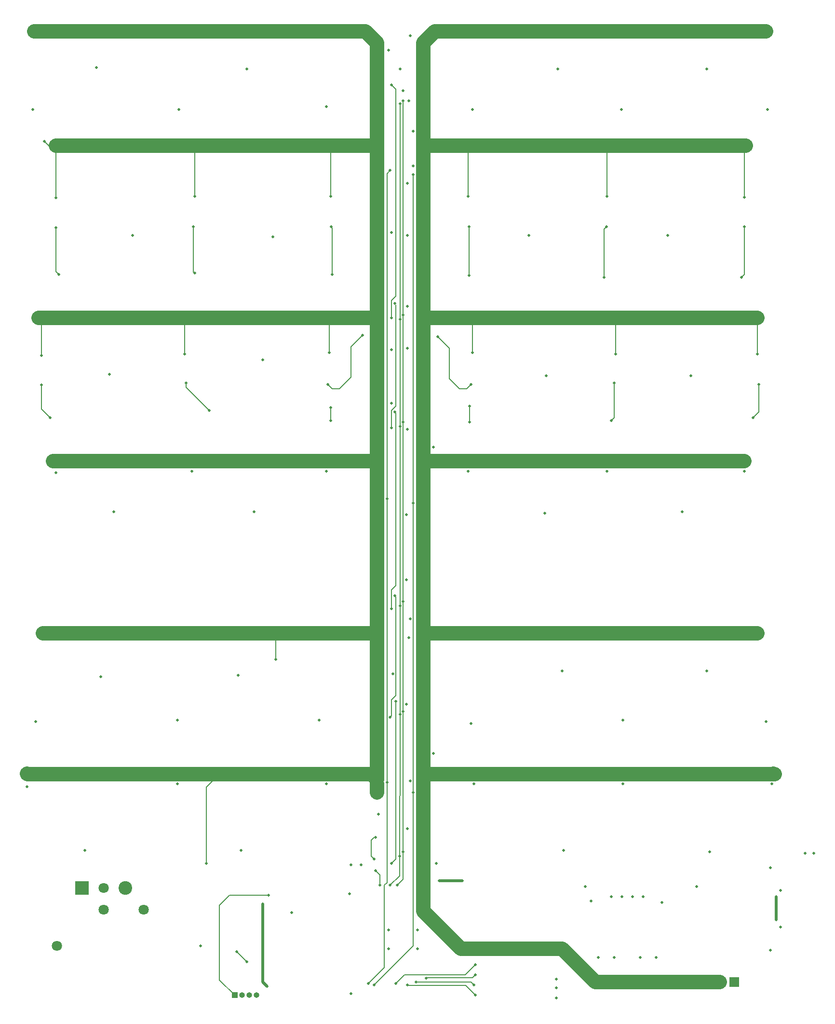
<source format=gbr>
%TF.GenerationSoftware,KiCad,Pcbnew,7.0.7*%
%TF.CreationDate,2024-03-09T11:29:05+01:00*%
%TF.ProjectId,button-board,62757474-6f6e-42d6-926f-6172642e6b69,rev?*%
%TF.SameCoordinates,Original*%
%TF.FileFunction,Copper,L3,Inr*%
%TF.FilePolarity,Positive*%
%FSLAX46Y46*%
G04 Gerber Fmt 4.6, Leading zero omitted, Abs format (unit mm)*
G04 Created by KiCad (PCBNEW 7.0.7) date 2024-03-09 11:29:05*
%MOMM*%
%LPD*%
G01*
G04 APERTURE LIST*
%TA.AperFunction,ComponentPad*%
%ADD10R,2.400000X2.400000*%
%TD*%
%TA.AperFunction,ComponentPad*%
%ADD11C,1.800000*%
%TD*%
%TA.AperFunction,ComponentPad*%
%ADD12C,2.400000*%
%TD*%
%TA.AperFunction,ComponentPad*%
%ADD13O,1.700000X1.700000*%
%TD*%
%TA.AperFunction,ComponentPad*%
%ADD14R,1.700000X1.700000*%
%TD*%
%TA.AperFunction,ComponentPad*%
%ADD15R,1.000000X1.000000*%
%TD*%
%TA.AperFunction,ComponentPad*%
%ADD16O,1.000000X1.000000*%
%TD*%
%TA.AperFunction,ViaPad*%
%ADD17C,0.500000*%
%TD*%
%TA.AperFunction,Conductor*%
%ADD18C,2.540000*%
%TD*%
%TA.AperFunction,Conductor*%
%ADD19C,0.177800*%
%TD*%
%TA.AperFunction,Conductor*%
%ADD20C,0.508000*%
%TD*%
G04 APERTURE END LIST*
D10*
%TO.N,GND*%
%TO.C,J5*%
X14986000Y17323500D03*
D11*
%TO.N,/control/DMX.N*%
X18796000Y13513500D03*
%TO.N,/control/DMX.P*%
X18796000Y17323500D03*
%TO.N,Net-(J5-P3-Pad4)*%
X25776000Y13513500D03*
D12*
%TO.N,Net-(J5-P5)*%
X22606000Y17323500D03*
D11*
%TO.N,unconnected-(J5-PadG)*%
X10546000Y7153500D03*
%TD*%
D13*
%TO.N,+5V*%
%TO.C,J1*%
X127005000Y773000D03*
D14*
%TO.N,GND*%
X129545000Y773000D03*
%TD*%
D15*
%TO.N,/control/ESP_PROG.EN*%
%TO.C,J4*%
X41788000Y-1524000D03*
D16*
%TO.N,/control/ESP_PROG.IO0*%
X43058000Y-1524000D03*
%TO.N,/control/ESP_PROG.RX*%
X44328000Y-1524000D03*
%TO.N,/control/ESP_PROG.TX*%
X45598000Y-1524000D03*
%TD*%
D17*
%TO.N,+5V*%
X76454000Y37280000D03*
%TO.N,GND*%
X76708000Y40924400D03*
X73152000Y150114000D03*
%TO.N,+5V*%
X74930000Y147165800D03*
%TO.N,GND*%
X73152000Y144018000D03*
%TO.N,+5V*%
X74930000Y89154000D03*
%TO.N,GND*%
X76649500Y94711600D03*
X17526000Y161290000D03*
X43942000Y161036000D03*
X70866000Y161036000D03*
X71374000Y157226000D03*
X72390000Y155448000D03*
%TO.N,+5V*%
X66802000Y154178000D03*
%TO.N,GND*%
X68834000Y164338000D03*
%TO.N,+5V*%
X66802000Y161290000D03*
%TO.N,GND*%
X72644000Y166878000D03*
X98552000Y161036000D03*
X124714000Y161036000D03*
X23876000Y131826000D03*
X48514000Y131572000D03*
%TO.N,+5V*%
X66802000Y117348000D03*
X66802000Y123698000D03*
%TO.N,GND*%
X72136000Y119380000D03*
%TO.N,/display/led_row_2_3/LED_SER_OUT*%
X69880400Y119888250D03*
%TO.N,GND*%
X69342000Y132334000D03*
X72136000Y131826000D03*
X93472000Y131826000D03*
X117856000Y131826000D03*
X19812000Y107442000D03*
X46736000Y109982000D03*
%TO.N,Net-(P21-Pad1)*%
X58674000Y101600000D03*
X58674000Y99314000D03*
%TO.N,+5V*%
X66802000Y66294000D03*
%TO.N,GND*%
X72613600Y64516000D03*
X71912400Y71374000D03*
%TO.N,+5V*%
X66802000Y70104000D03*
X66802000Y98552000D03*
X66802000Y102362000D03*
%TO.N,GND*%
X72136000Y97790000D03*
X69342000Y111760000D03*
X69342000Y102362000D03*
X72136000Y112014000D03*
X96520000Y107188000D03*
X121920000Y107188000D03*
X42418000Y54610000D03*
X18288000Y54356000D03*
X20574000Y83312000D03*
X45212000Y83312000D03*
X96266000Y83058000D03*
X120396000Y83312000D03*
%TO.N,+5V*%
X66802000Y51562000D03*
X66548000Y26162000D03*
X66294000Y22352000D03*
X74930000Y20320000D03*
X66802000Y47752000D03*
%TO.N,GND*%
X71912400Y49530000D03*
X69565600Y54864000D03*
X72390000Y61214000D03*
X99314000Y55372000D03*
X124714000Y55372000D03*
X15494000Y23876000D03*
X42926000Y23876000D03*
X62230000Y-1270000D03*
X61976000Y16256000D03*
X77216000Y21590000D03*
X72136000Y27686000D03*
X67056000Y30226000D03*
X99568000Y23876000D03*
X125222000Y23622000D03*
%TO.N,Net-(U2-GPIO21)*%
X43942000Y4318000D03*
X42164000Y6096000D03*
%TO.N,+5V*%
X8382000Y148336000D03*
%TO.N,Net-(D28-K)*%
X10922000Y124968000D03*
X10361800Y133242322D03*
%TO.N,Net-(D29-K)*%
X34798000Y125222000D03*
X34548720Y133359442D03*
%TO.N,Net-(D30-K)*%
X58928000Y124968000D03*
X58735640Y133359442D03*
%TO.N,Net-(D31-K)*%
X82931000Y124841000D03*
X82922560Y133359442D03*
%TO.N,Net-(D32-K)*%
X106680000Y124460000D03*
X107109480Y133359442D03*
%TO.N,Net-(D33-K)*%
X131318000Y133350000D03*
X130810000Y124460000D03*
%TO.N,Net-(D27-K)*%
X132842000Y99822000D03*
X133858000Y105664000D03*
%TO.N,Net-(D26-K)*%
X108458000Y105918000D03*
X107950000Y99314000D03*
%TO.N,Net-(D25-K)*%
X83312000Y105664000D03*
X77470000Y114046000D03*
%TO.N,Net-(D24-K)*%
X64262000Y114300000D03*
X58166000Y105664000D03*
%TO.N,Net-(D23-K)*%
X37338000Y101092000D03*
X33274000Y105918000D03*
%TO.N,Net-(D22-K)*%
X9398000Y99822000D03*
X7861802Y105588643D03*
%TO.N,+5V*%
X36830000Y21590000D03*
%TO.N,GND*%
X72136000Y140970000D03*
X71912400Y82804000D03*
X72613600Y36068000D03*
%TO.N,+5V*%
X135128000Y167640000D03*
X109474000Y167640000D03*
X83820000Y167640000D03*
X57912000Y167609600D03*
X32258000Y167640000D03*
X6604000Y167640000D03*
X10414000Y138430000D03*
X34798000Y138684000D03*
X58674000Y138684000D03*
X82804000Y138684000D03*
X107188000Y138684000D03*
X131296402Y138584562D03*
X133604000Y110998000D03*
X108712000Y110998000D03*
X83566000Y111252000D03*
X58420000Y111252000D03*
X33020000Y110998000D03*
X7874000Y110744000D03*
X9906000Y92202000D03*
X34290000Y92202000D03*
X57150000Y92202000D03*
X83566000Y91409600D03*
X107188000Y91917600D03*
X131260000Y92202000D03*
X133604000Y61976000D03*
X108712000Y61976000D03*
X83312000Y61976000D03*
X49022000Y57404000D03*
X33020000Y61976000D03*
X8128000Y61976000D03*
X57404000Y37280000D03*
X31496000Y37280000D03*
X5392000Y37280000D03*
X84582000Y37280000D03*
X110490000Y37280000D03*
X136398000Y37338000D03*
X74930000Y29210000D03*
X66802000Y34036000D03*
X66802000Y34798000D03*
X66802000Y35560000D03*
X74930000Y31496000D03*
X74930000Y30734000D03*
X74930000Y29972000D03*
%TO.N,GND*%
X135890000Y6350000D03*
X64008000Y21336000D03*
X62230000Y21336000D03*
X35814000Y7112000D03*
X51816000Y12954000D03*
X73914000Y9906000D03*
X68834000Y9906000D03*
X68834000Y6604000D03*
X73914000Y6604000D03*
X98298000Y-2032000D03*
X98298000Y-254000D03*
X98298000Y1270000D03*
X115824000Y5080000D03*
X113030000Y5080000D03*
X108458000Y5080000D03*
X105664000Y5080000D03*
X103378000Y17526000D03*
X104394000Y14986000D03*
X107950000Y15748000D03*
X109812666Y15748000D03*
X111675332Y15748000D03*
X113538000Y15748000D03*
X116840000Y14732000D03*
X122936000Y17526000D03*
X135890000Y20828000D03*
X143510000Y23368000D03*
X141986000Y23368000D03*
X137668000Y10448900D03*
X137668000Y16916000D03*
%TO.N,/control/ESP_PROG.EN*%
X47752000Y16002000D03*
%TO.N,/control/SR.LATCH*%
X70358000Y17780000D03*
%TO.N,+3V3*%
X46736000Y14478000D03*
X77724000Y18542000D03*
X81788000Y18542000D03*
%TO.N,/control/SR.CLOCK*%
X69088000Y17780000D03*
%TO.N,/control/SR.DATA*%
X66548000Y20320000D03*
X67310000Y17780000D03*
%TO.N,/control/I2C.SCL*%
X65278000Y508000D03*
%TO.N,/control/I2C.SCK*%
X66294000Y254000D03*
%TO.N,+3V3*%
X47498000Y0D03*
%TO.N,/control/JTAG.TDI*%
X84074000Y-1524000D03*
X72136000Y254000D03*
%TO.N,/control/JTAG.TDO*%
X73660000Y762000D03*
X83820000Y254000D03*
%TO.N,/control/JTAG.TCK*%
X75453200Y1493600D03*
X84074000Y2032000D03*
%TO.N,/control/JTAG.TMS*%
X70104000Y508000D03*
X84074000Y3810000D03*
%TO.N,VBUS*%
X136906000Y11684000D03*
X136906000Y15748000D03*
%TO.N,/control/I2C.SCL*%
X68549100Y85598000D03*
%TO.N,/control/I2C.SCK*%
X73152000Y84836000D03*
X73152000Y34036000D03*
X73152000Y142494000D03*
%TO.N,/control/I2C.SCL*%
X68549100Y35814000D03*
X69088000Y143256000D03*
%TO.N,Net-(U8-SER)*%
X69342000Y158242000D03*
X69342000Y117348000D03*
%TO.N,/display/led_row_2_3/LED_SER_OUT*%
X69342000Y98044000D03*
%TO.N,Net-(U6-SER)*%
X69880400Y100838000D03*
X69342000Y66294000D03*
%TO.N,/display/led_row_0_1/LED_SER_OUT*%
X69880400Y68580000D03*
X69088000Y47244000D03*
%TO.N,Net-(U4-SER)*%
X70104000Y50038000D03*
X69342000Y21601000D03*
%TO.N,/control/SR.LATCH*%
X71374000Y117856000D03*
%TO.N,/control/SR.CLOCK*%
X70835100Y117094000D03*
%TO.N,/control/SR.LATCH*%
X71374000Y99060000D03*
%TO.N,/control/SR.CLOCK*%
X70835100Y98298000D03*
%TO.N,/control/SR.LATCH*%
X71374000Y67564000D03*
%TO.N,/control/SR.CLOCK*%
X70835600Y66802000D03*
X70835100Y47752000D03*
X70835600Y154940000D03*
X70738707Y22860000D03*
%TO.N,/control/SR.LATCH*%
X71374000Y48260000D03*
X71374000Y155448000D03*
X71374000Y23622000D03*
%TO.N,Net-(P36-Pad1)*%
X135382000Y153924000D03*
%TO.N,Net-(P35-Pad1)*%
X109728000Y153924000D03*
%TO.N,Net-(P34-Pad1)*%
X83566000Y153924000D03*
%TO.N,Net-(P32-Pad1)*%
X32004000Y153924000D03*
%TO.N,Net-(P33-Pad1)*%
X57912000Y154432000D03*
%TO.N,Net-(P31-Pad1)*%
X6350000Y153924000D03*
%TO.N,Net-(P13-Pad1)*%
X10414000Y90170000D03*
%TO.N,Net-(P14-Pad1)*%
X34290000Y90424000D03*
%TO.N,Net-(P15-Pad1)*%
X57912000Y90424000D03*
%TO.N,Net-(P16-Pad1)*%
X82804000Y90424000D03*
%TO.N,Net-(P17-Pad1)*%
X107188000Y90424000D03*
%TO.N,Net-(P18-Pad1)*%
X131318000Y90424000D03*
%TO.N,Net-(P22-Pad1)*%
X83058000Y101854000D03*
X83058000Y99060000D03*
%TO.N,Net-(P4-Pad1)*%
X83820000Y35560000D03*
%TO.N,Net-(P6-Pad1)*%
X136144000Y35560000D03*
%TO.N,Net-(P5-Pad1)*%
X109982000Y35560000D03*
%TO.N,Net-(P1-Pad1)*%
X5334000Y35052000D03*
%TO.N,Net-(P2-Pad1)*%
X31750000Y35560000D03*
%TO.N,Net-(P3-Pad1)*%
X57912000Y35560000D03*
%TO.N,Net-(P7-Pad1)*%
X6858000Y46482000D03*
%TO.N,Net-(P8-Pad1)*%
X31750000Y46736000D03*
%TO.N,Net-(P9-Pad1)*%
X56642000Y46736000D03*
%TO.N,Net-(P12-Pad1)*%
X135128000Y46482000D03*
%TO.N,Net-(P11-Pad1)*%
X109982000Y46736000D03*
%TO.N,Net-(P10-Pad1)*%
X83312000Y46197600D03*
%TD*%
D18*
%TO.N,+5V*%
X66802000Y35560000D02*
X66802000Y34036000D01*
D19*
%TO.N,Net-(U2-GPIO21)*%
X43942000Y4318000D02*
X42164000Y6096000D01*
D18*
%TO.N,+5V*%
X74988000Y37280000D02*
X76454000Y37280000D01*
X76454000Y37280000D02*
X84582000Y37280000D01*
D19*
%TO.N,Net-(U8-SER)*%
X70104000Y157480000D02*
X70104000Y121158000D01*
X70104000Y121158000D02*
X69342000Y120396000D01*
X69342000Y158242000D02*
X70104000Y157480000D01*
X69342000Y120396000D02*
X69342000Y117348000D01*
D18*
%TO.N,+5V*%
X66802000Y147574000D02*
X66802000Y154178000D01*
X66802000Y154178000D02*
X66802000Y161290000D01*
X66802000Y161290000D02*
X66802000Y165608000D01*
X66802000Y123698000D02*
X66802000Y143402448D01*
X66802000Y117348000D02*
X66802000Y123698000D01*
D19*
%TO.N,/display/led_row_2_3/LED_SER_OUT*%
X70104000Y101854000D02*
X69342000Y101092000D01*
X70104000Y119634500D02*
X70104000Y101854000D01*
X69342000Y101092000D02*
X69342000Y98044000D01*
%TO.N,Net-(P21-Pad1)*%
X58674000Y99314000D02*
X58674000Y101600000D01*
D18*
%TO.N,+5V*%
X66802000Y61976000D02*
X66802000Y66294000D01*
X66802000Y66294000D02*
X66802000Y70104000D01*
X66802000Y70104000D02*
X66802000Y92202000D01*
D19*
%TO.N,/display/led_row_0_1/LED_SER_OUT*%
X69880400Y68580000D02*
X70104000Y68356400D01*
X70104000Y68356400D02*
X70104000Y51054000D01*
X70104000Y51054000D02*
X69342000Y50292000D01*
X69342000Y50292000D02*
X69342000Y47498000D01*
X69342000Y47498000D02*
X69088000Y47244000D01*
%TO.N,Net-(U6-SER)*%
X69880400Y100838000D02*
X70104000Y100614400D01*
X70104000Y100614400D02*
X70104000Y70358000D01*
X70104000Y70358000D02*
X69342000Y69596000D01*
X69342000Y69596000D02*
X69342000Y66294000D01*
D18*
%TO.N,+5V*%
X66802000Y92202000D02*
X66802000Y98552000D01*
X66802000Y98552000D02*
X66802000Y102362000D01*
X66802000Y102362000D02*
X66802000Y117348000D01*
X66802000Y47752000D02*
X66802000Y51562000D01*
X66802000Y51562000D02*
X66802000Y61976000D01*
D19*
X65786000Y25654000D02*
X65786000Y22860000D01*
X65786000Y22860000D02*
X66294000Y22352000D01*
X66548000Y26162000D02*
X66294000Y26162000D01*
X66294000Y26162000D02*
X65786000Y25654000D01*
D18*
X74930000Y13208000D02*
X74930000Y20320000D01*
X74930000Y20320000D02*
X74930000Y29210000D01*
D19*
%TO.N,Net-(U4-SER)*%
X69342000Y21601000D02*
X70104000Y22363000D01*
X70104000Y22363000D02*
X70104000Y50038000D01*
D18*
%TO.N,+5V*%
X66802000Y36322000D02*
X66802000Y47752000D01*
D19*
%TO.N,/control/ESP_PROG.EN*%
X41788000Y-1524000D02*
X39116000Y1148000D01*
X39116000Y1148000D02*
X39116000Y14224000D01*
X39116000Y14224000D02*
X40894000Y16002000D01*
X40894000Y16002000D02*
X47752000Y16002000D01*
%TO.N,+5V*%
X9144000Y147574000D02*
X8382000Y148336000D01*
X10414000Y147574000D02*
X9144000Y147574000D01*
%TO.N,Net-(D28-K)*%
X10922000Y124968000D02*
X10361800Y125528200D01*
X10361800Y125528200D02*
X10361800Y133242322D01*
%TO.N,Net-(D29-K)*%
X34798000Y125222000D02*
X34548720Y125471280D01*
X34548720Y125471280D02*
X34548720Y133359442D01*
%TO.N,Net-(D30-K)*%
X58928000Y133167082D02*
X58735640Y133359442D01*
X58928000Y124968000D02*
X58928000Y133167082D01*
%TO.N,Net-(D31-K)*%
X82931000Y124841000D02*
X82922560Y124849440D01*
X82922560Y124849440D02*
X82922560Y133359442D01*
%TO.N,Net-(D32-K)*%
X106680000Y124460000D02*
X106680000Y132929962D01*
X106680000Y132929962D02*
X107109480Y133359442D01*
%TO.N,Net-(D33-K)*%
X131318000Y133350000D02*
X131318000Y124968000D01*
X131318000Y124968000D02*
X130810000Y124460000D01*
%TO.N,Net-(D27-K)*%
X133858000Y100838000D02*
X132842000Y99822000D01*
X133858000Y105664000D02*
X133858000Y100838000D01*
%TO.N,Net-(D26-K)*%
X108458000Y105918000D02*
X108458000Y99822000D01*
X108458000Y99822000D02*
X107950000Y99314000D01*
%TO.N,Net-(D25-K)*%
X83312000Y105664000D02*
X82550000Y104902000D01*
X82550000Y104902000D02*
X81280000Y104902000D01*
X79502000Y112014000D02*
X77470000Y114046000D01*
X81280000Y104902000D02*
X79502000Y106680000D01*
X79502000Y106680000D02*
X79502000Y112014000D01*
%TO.N,Net-(D24-K)*%
X58166000Y105664000D02*
X58928000Y104902000D01*
X62230000Y106934000D02*
X62230000Y108712000D01*
X62230000Y112268000D02*
X64262000Y114300000D01*
X58928000Y104902000D02*
X60198000Y104902000D01*
X62230000Y108712000D02*
X62230000Y112268000D01*
X60198000Y104902000D02*
X62230000Y106934000D01*
%TO.N,Net-(D23-K)*%
X33274000Y105918000D02*
X33274000Y105156000D01*
X33274000Y105156000D02*
X37338000Y101092000D01*
%TO.N,Net-(D22-K)*%
X7861802Y101358198D02*
X9398000Y99822000D01*
X7861802Y105588643D02*
X7861802Y101358198D01*
%TO.N,+5V*%
X36830000Y21590000D02*
X36830000Y34994000D01*
D18*
X57404000Y37280000D02*
X39116000Y37280000D01*
X39116000Y37280000D02*
X31496000Y37280000D01*
D19*
X36830000Y34994000D02*
X39116000Y37280000D01*
D18*
X83820000Y167640000D02*
X109474000Y167640000D01*
X109474000Y167640000D02*
X135128000Y167640000D01*
X76962000Y167640000D02*
X83820000Y167640000D01*
X50800000Y167640000D02*
X32258000Y167640000D01*
X32258000Y167640000D02*
X6604000Y167640000D01*
D19*
X10414000Y138430000D02*
X10414000Y147574000D01*
D18*
X34036000Y147574000D02*
X10414000Y147574000D01*
X58928000Y147574000D02*
X34036000Y147574000D01*
D19*
X34798000Y138684000D02*
X34798000Y146812000D01*
X34798000Y146812000D02*
X34036000Y147574000D01*
X58674000Y138684000D02*
X58674000Y147320000D01*
D18*
X66802000Y147574000D02*
X58928000Y147574000D01*
D19*
X58674000Y147320000D02*
X58928000Y147574000D01*
D18*
X74930000Y147574000D02*
X82804000Y147574000D01*
X82804000Y147574000D02*
X106934000Y147574000D01*
D19*
X82804000Y138684000D02*
X82804000Y147574000D01*
D18*
X106934000Y147574000D02*
X131572000Y147574000D01*
D19*
X107188000Y138684000D02*
X107188000Y147320000D01*
X107188000Y147320000D02*
X106934000Y147574000D01*
X131296402Y138584562D02*
X131296402Y147298402D01*
X131296402Y147298402D02*
X131572000Y147574000D01*
X133604000Y110998000D02*
X133604000Y117348000D01*
D18*
X84836000Y117348000D02*
X108712000Y117348000D01*
X108712000Y117348000D02*
X133604000Y117348000D01*
D19*
X108712000Y110998000D02*
X108712000Y117348000D01*
D18*
X83566000Y117348000D02*
X84836000Y117348000D01*
X74930000Y117348000D02*
X83566000Y117348000D01*
D19*
X83566000Y111252000D02*
X83566000Y117348000D01*
X58420000Y111252000D02*
X58420000Y117348000D01*
D18*
X66802000Y117348000D02*
X58420000Y117348000D01*
X58420000Y117348000D02*
X33020000Y117348000D01*
X33020000Y117348000D02*
X7366000Y117348000D01*
D19*
X33020000Y110998000D02*
X33020000Y117348000D01*
X7874000Y110744000D02*
X7874000Y116840000D01*
X7874000Y116840000D02*
X7366000Y117348000D01*
D18*
X57150000Y92202000D02*
X34290000Y92202000D01*
X34290000Y92202000D02*
X12192000Y92202000D01*
X66802000Y92202000D02*
X57150000Y92202000D01*
X108712000Y61976000D02*
X133604000Y61976000D01*
X83312000Y61976000D02*
X108712000Y61976000D01*
X74930000Y61976000D02*
X83312000Y61976000D01*
X49022000Y61976000D02*
X33020000Y61976000D01*
X66802000Y61976000D02*
X49022000Y61976000D01*
D19*
X49022000Y57404000D02*
X49022000Y61976000D01*
D18*
X33020000Y61976000D02*
X8128000Y61976000D01*
X66802000Y165608000D02*
X64770000Y167640000D01*
X64770000Y167640000D02*
X50800000Y167640000D01*
X74930000Y165608000D02*
X76962000Y167640000D01*
X66802000Y143402448D02*
X66802000Y147574000D01*
X74930000Y117348000D02*
X74930000Y147574000D01*
X74930000Y147574000D02*
X74930000Y165608000D01*
X74930000Y92202000D02*
X74930000Y117348000D01*
X74930000Y92202000D02*
X131260000Y92202000D01*
X12192000Y92202000D02*
X9906000Y92202000D01*
X74930000Y61976000D02*
X74930000Y92202000D01*
X74930000Y37338000D02*
X74930000Y61976000D01*
X65844000Y37280000D02*
X57404000Y37280000D01*
X31496000Y37280000D02*
X5392000Y37280000D01*
X5392000Y37280000D02*
X5334000Y37338000D01*
X66802000Y36322000D02*
X65844000Y37280000D01*
X84582000Y37280000D02*
X110490000Y37280000D01*
X110490000Y37280000D02*
X136340000Y37280000D01*
X136456000Y37280000D02*
X136652000Y37280000D01*
X136398000Y37338000D02*
X136456000Y37280000D01*
X136340000Y37280000D02*
X136398000Y37338000D01*
X74930000Y37338000D02*
X74988000Y37280000D01*
X74930000Y32258000D02*
X74930000Y37338000D01*
X74930000Y31496000D02*
X74930000Y32258000D01*
X74930000Y30734000D02*
X74930000Y31496000D01*
X74930000Y29972000D02*
X74930000Y30734000D01*
X74930000Y29210000D02*
X74930000Y29972000D01*
X81534000Y6604000D02*
X74930000Y13208000D01*
X99314000Y6604000D02*
X81534000Y6604000D01*
X103124000Y2794000D02*
X99314000Y6604000D01*
X127005000Y773000D02*
X105145000Y773000D01*
X105145000Y773000D02*
X103124000Y2794000D01*
D19*
%TO.N,/control/I2C.SCK*%
X73152000Y34036000D02*
X73152000Y142494000D01*
X73152000Y34036000D02*
X73152000Y7112000D01*
X73152000Y7112000D02*
X66294000Y254000D01*
%TO.N,/control/SR.DATA*%
X66548000Y20320000D02*
X67310000Y19558000D01*
X67310000Y19558000D02*
X67310000Y17780000D01*
D20*
%TO.N,+3V3*%
X46736000Y14478000D02*
X46736000Y762000D01*
X46736000Y762000D02*
X47498000Y0D01*
D19*
%TO.N,/control/SR.LATCH*%
X71374000Y23622000D02*
X71374000Y48260000D01*
X71374000Y23622000D02*
X71374000Y18796000D01*
X71374000Y18796000D02*
X70358000Y17780000D01*
%TO.N,/control/SR.CLOCK*%
X70738707Y22860000D02*
X70738707Y33431607D01*
X70738707Y33431607D02*
X70835100Y33528000D01*
X70738707Y22860000D02*
X70738707Y19430707D01*
X70738707Y19430707D02*
X69088000Y17780000D01*
X70835100Y154939500D02*
X70835600Y154940000D01*
X70835100Y33528000D02*
X70835100Y154939500D01*
D20*
%TO.N,+3V3*%
X78486000Y18542000D02*
X77724000Y18542000D01*
X81788000Y18542000D02*
X78486000Y18542000D01*
D19*
%TO.N,/control/I2C.SCL*%
X65278000Y508000D02*
X68072000Y3302000D01*
X68072000Y17780000D02*
X68549100Y18257100D01*
X68072000Y3302000D02*
X68072000Y17780000D01*
X68549100Y18257100D02*
X68549100Y35814000D01*
X68549100Y142717100D02*
X68549100Y35814000D01*
X69088000Y143256000D02*
X68549100Y142717100D01*
%TO.N,/control/JTAG.TDI*%
X72166900Y223100D02*
X72136000Y254000D01*
X73436780Y223100D02*
X72166900Y223100D01*
X84074000Y-1524000D02*
X82326900Y223100D01*
X82326900Y223100D02*
X73436780Y223100D01*
%TO.N,/control/JTAG.TDO*%
X73660000Y762000D02*
X83312000Y762000D01*
X83312000Y762000D02*
X83820000Y254000D01*
%TO.N,/control/JTAG.TCK*%
X75453200Y1493600D02*
X75483600Y1524000D01*
X83566000Y1524000D02*
X84074000Y2032000D01*
X75483600Y1524000D02*
X83566000Y1524000D01*
%TO.N,/control/JTAG.TMS*%
X84074000Y3810000D02*
X82296000Y2032000D01*
X82296000Y2032000D02*
X71628000Y2032000D01*
X71628000Y2032000D02*
X70104000Y508000D01*
D20*
%TO.N,VBUS*%
X136906000Y15748000D02*
X136906000Y11684000D01*
D19*
%TO.N,/control/SR.LATCH*%
X71374000Y155448000D02*
X71374000Y48260000D01*
%TO.N,Net-(P22-Pad1)*%
X83058000Y99060000D02*
X83058000Y101854000D01*
%TD*%
M02*

</source>
